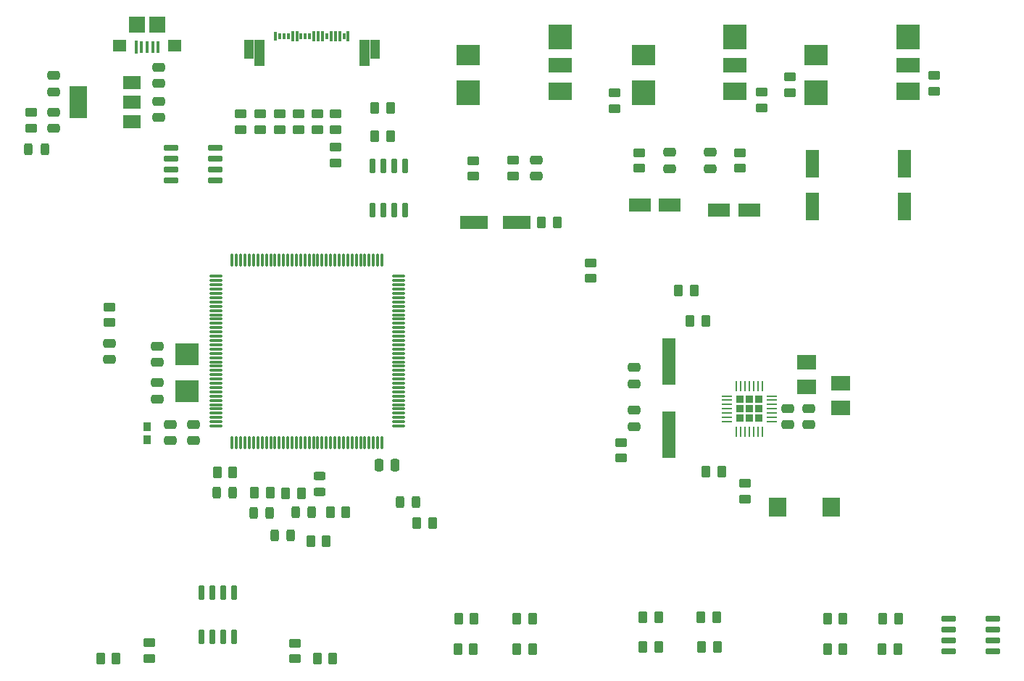
<source format=gbr>
%TF.GenerationSoftware,KiCad,Pcbnew,7.0.10*%
%TF.CreationDate,2024-03-07T22:41:58-05:00*%
%TF.ProjectId,Current,43757272-656e-4742-9e6b-696361645f70,rev?*%
%TF.SameCoordinates,Original*%
%TF.FileFunction,Paste,Top*%
%TF.FilePolarity,Positive*%
%FSLAX46Y46*%
G04 Gerber Fmt 4.6, Leading zero omitted, Abs format (unit mm)*
G04 Created by KiCad (PCBNEW 7.0.10) date 2024-03-07 22:41:58*
%MOMM*%
%LPD*%
G01*
G04 APERTURE LIST*
G04 Aperture macros list*
%AMRoundRect*
0 Rectangle with rounded corners*
0 $1 Rounding radius*
0 $2 $3 $4 $5 $6 $7 $8 $9 X,Y pos of 4 corners*
0 Add a 4 corners polygon primitive as box body*
4,1,4,$2,$3,$4,$5,$6,$7,$8,$9,$2,$3,0*
0 Add four circle primitives for the rounded corners*
1,1,$1+$1,$2,$3*
1,1,$1+$1,$4,$5*
1,1,$1+$1,$6,$7*
1,1,$1+$1,$8,$9*
0 Add four rect primitives between the rounded corners*
20,1,$1+$1,$2,$3,$4,$5,0*
20,1,$1+$1,$4,$5,$6,$7,0*
20,1,$1+$1,$6,$7,$8,$9,0*
20,1,$1+$1,$8,$9,$2,$3,0*%
G04 Aperture macros list end*
%ADD10RoundRect,0.150000X0.150000X-0.725000X0.150000X0.725000X-0.150000X0.725000X-0.150000X-0.725000X0*%
%ADD11RoundRect,0.250000X-0.450000X0.262500X-0.450000X-0.262500X0.450000X-0.262500X0.450000X0.262500X0*%
%ADD12RoundRect,0.250000X0.262500X0.450000X-0.262500X0.450000X-0.262500X-0.450000X0.262500X-0.450000X0*%
%ADD13RoundRect,0.250000X0.450000X-0.262500X0.450000X0.262500X-0.450000X0.262500X-0.450000X-0.262500X0*%
%ADD14R,1.600000X3.200000*%
%ADD15RoundRect,0.243750X0.243750X0.456250X-0.243750X0.456250X-0.243750X-0.456250X0.243750X-0.456250X0*%
%ADD16RoundRect,0.250000X0.475000X-0.250000X0.475000X0.250000X-0.475000X0.250000X-0.475000X-0.250000X0*%
%ADD17RoundRect,0.250000X-0.475000X0.250000X-0.475000X-0.250000X0.475000X-0.250000X0.475000X0.250000X0*%
%ADD18RoundRect,0.243750X-0.243750X-0.456250X0.243750X-0.456250X0.243750X0.456250X-0.243750X0.456250X0*%
%ADD19R,2.700000X2.900000*%
%ADD20R,2.700000X2.100000*%
%ADD21R,2.700000X2.400000*%
%ADD22R,2.700000X1.800000*%
%ADD23R,2.500000X1.600000*%
%ADD24R,2.000000X2.200000*%
%ADD25RoundRect,0.250000X-0.262500X-0.450000X0.262500X-0.450000X0.262500X0.450000X-0.262500X0.450000X0*%
%ADD26RoundRect,0.250000X0.250000X0.475000X-0.250000X0.475000X-0.250000X-0.475000X0.250000X-0.475000X0*%
%ADD27RoundRect,0.150000X-0.150000X0.725000X-0.150000X-0.725000X0.150000X-0.725000X0.150000X0.725000X0*%
%ADD28RoundRect,0.150000X0.725000X0.150000X-0.725000X0.150000X-0.725000X-0.150000X0.725000X-0.150000X0*%
%ADD29R,3.200000X1.600000*%
%ADD30R,2.000000X1.500000*%
%ADD31R,2.000000X3.800000*%
%ADD32RoundRect,0.243750X-0.456250X0.243750X-0.456250X-0.243750X0.456250X-0.243750X0.456250X0.243750X0*%
%ADD33RoundRect,0.225000X-0.225000X-0.225000X0.225000X-0.225000X0.225000X0.225000X-0.225000X0.225000X0*%
%ADD34RoundRect,0.062500X-0.537500X-0.062500X0.537500X-0.062500X0.537500X0.062500X-0.537500X0.062500X0*%
%ADD35RoundRect,0.062500X-0.062500X-0.537500X0.062500X-0.537500X0.062500X0.537500X-0.062500X0.537500X0*%
%ADD36R,0.970000X1.000000*%
%ADD37R,0.400000X1.450000*%
%ADD38R,0.400000X1.350000*%
%ADD39R,0.400000X1.500000*%
%ADD40R,1.600000X1.400000*%
%ADD41R,1.900000X1.900000*%
%ADD42R,2.800000X2.600000*%
%ADD43R,1.500000X5.500000*%
%ADD44R,0.300000X1.000000*%
%ADD45R,0.300000X0.800000*%
%ADD46R,0.300000X1.200000*%
%ADD47R,1.300000X3.049999*%
%ADD48RoundRect,0.075000X-0.662500X-0.075000X0.662500X-0.075000X0.662500X0.075000X-0.662500X0.075000X0*%
%ADD49RoundRect,0.075000X-0.075000X-0.662500X0.075000X-0.662500X0.075000X0.662500X-0.075000X0.662500X0*%
%ADD50R,2.320000X1.810000*%
G04 APERTURE END LIST*
%TO.C,J5*%
G36*
X133449992Y-54710000D02*
G01*
X132349992Y-54710000D01*
X132349992Y-52510000D01*
X133449992Y-52510000D01*
X133449992Y-54710000D01*
G37*
G36*
X148149992Y-54710000D02*
G01*
X147049992Y-54710000D01*
X147049992Y-52510000D01*
X148149992Y-52510000D01*
X148149992Y-54710000D01*
G37*
%TD*%
D10*
%TO.C,U5*%
X127395000Y-122275000D03*
X128665000Y-122275000D03*
X129935000Y-122275000D03*
X131205000Y-122275000D03*
X131205000Y-117125000D03*
X129935000Y-117125000D03*
X128665000Y-117125000D03*
X127395000Y-117125000D03*
%TD*%
D11*
%TO.C,R33*%
X178520000Y-65707500D03*
X178520000Y-67532500D03*
%TD*%
D12*
%TO.C,R13*%
X180787500Y-119980000D03*
X178962500Y-119980000D03*
%TD*%
%TO.C,R15*%
X202305000Y-120180000D03*
X200480000Y-120180000D03*
%TD*%
D13*
%TO.C,R22*%
X143040000Y-66912500D03*
X143040000Y-65087500D03*
%TD*%
D14*
%TO.C,E6*%
X198770000Y-72020000D03*
X198770000Y-67020000D03*
%TD*%
D15*
%TO.C,D2*%
X135327500Y-107770000D03*
X133452500Y-107770000D03*
%TD*%
D11*
%TO.C,R36*%
X175590000Y-58732500D03*
X175590000Y-60557500D03*
%TD*%
D13*
%TO.C,R37*%
X192840000Y-60470000D03*
X192840000Y-58645000D03*
%TD*%
D12*
%TO.C,R5*%
X208717500Y-123680000D03*
X206892500Y-123680000D03*
%TD*%
D16*
%TO.C,C24*%
X122200000Y-94500000D03*
X122200000Y-92600000D03*
%TD*%
D13*
%TO.C,R40*%
X131930000Y-63012500D03*
X131930000Y-61187500D03*
%TD*%
D12*
%TO.C,R28*%
X141962500Y-111100000D03*
X140137500Y-111100000D03*
%TD*%
D17*
%TO.C,C32*%
X166520000Y-66570000D03*
X166520000Y-68470000D03*
%TD*%
D18*
%TO.C,D7*%
X150552500Y-106560000D03*
X152427500Y-106560000D03*
%TD*%
D19*
%TO.C,J2*%
X209870000Y-52160000D03*
X199170000Y-58660000D03*
D20*
X209870000Y-58510000D03*
D21*
X199170000Y-54260000D03*
D22*
X209870000Y-55460000D03*
%TD*%
D23*
%TO.C,E2*%
X182060000Y-71850000D03*
X178560000Y-71850000D03*
%TD*%
D24*
%TO.C,L1*%
X194630000Y-107130000D03*
X200930000Y-107130000D03*
%TD*%
D12*
%TO.C,R38*%
X149450000Y-60490000D03*
X147625000Y-60490000D03*
%TD*%
D25*
%TO.C,R9*%
X184430000Y-85380000D03*
X186255000Y-85380000D03*
%TD*%
D17*
%TO.C,C42*%
X126400000Y-97450000D03*
X126400000Y-99350000D03*
%TD*%
D12*
%TO.C,R18*%
X188140000Y-103000000D03*
X186315000Y-103000000D03*
%TD*%
D17*
%TO.C,C9*%
X122400000Y-55720500D03*
X122400000Y-57620500D03*
%TD*%
D13*
%TO.C,R7*%
X121300000Y-124812500D03*
X121300000Y-122987500D03*
%TD*%
D26*
%TO.C,C35*%
X150000000Y-102200000D03*
X148100000Y-102200000D03*
%TD*%
D27*
%TO.C,U7*%
X151165000Y-67265000D03*
X149895000Y-67265000D03*
X148625000Y-67265000D03*
X147355000Y-67265000D03*
X147355000Y-72415000D03*
X148625000Y-72415000D03*
X149895000Y-72415000D03*
X151165000Y-72415000D03*
%TD*%
D13*
%TO.C,R32*%
X196150000Y-58682500D03*
X196150000Y-56857500D03*
%TD*%
D28*
%TO.C,U6*%
X128960000Y-68920000D03*
X128960000Y-67650000D03*
X128960000Y-66380000D03*
X128960000Y-65110000D03*
X123810000Y-65110000D03*
X123810000Y-66380000D03*
X123810000Y-67650000D03*
X123810000Y-68920000D03*
%TD*%
D25*
%TO.C,R6*%
X200480000Y-123680000D03*
X202305000Y-123680000D03*
%TD*%
%TO.C,R27*%
X137207500Y-105530000D03*
X139032500Y-105530000D03*
%TD*%
D12*
%TO.C,R11*%
X159205000Y-120182500D03*
X157380000Y-120182500D03*
%TD*%
D29*
%TO.C,E8*%
X164207500Y-73820000D03*
X159207500Y-73820000D03*
%TD*%
D25*
%TO.C,R10*%
X164217500Y-120182500D03*
X166042500Y-120182500D03*
%TD*%
%TO.C,R26*%
X133547500Y-105470000D03*
X135372500Y-105470000D03*
%TD*%
D16*
%TO.C,C25*%
X122200000Y-90200000D03*
X122200000Y-88300000D03*
%TD*%
D17*
%TO.C,C26*%
X177890000Y-90800000D03*
X177890000Y-92700000D03*
%TD*%
D30*
%TO.C,U1*%
X119250000Y-62120500D03*
X119250000Y-59820500D03*
D31*
X112950000Y-59820500D03*
D30*
X119250000Y-57520500D03*
%TD*%
D12*
%TO.C,R8*%
X184912500Y-81830000D03*
X183087500Y-81830000D03*
%TD*%
D25*
%TO.C,R14*%
X206980000Y-120180000D03*
X208805000Y-120180000D03*
%TD*%
D23*
%TO.C,E3*%
X191350000Y-72370000D03*
X187850000Y-72370000D03*
%TD*%
D25*
%TO.C,R12*%
X185712500Y-119980000D03*
X187537500Y-119980000D03*
%TD*%
D17*
%TO.C,C21*%
X110100000Y-60970500D03*
X110100000Y-62870500D03*
%TD*%
D32*
%TO.C,D6*%
X141180000Y-103442500D03*
X141180000Y-105317500D03*
%TD*%
D16*
%TO.C,C30*%
X195830000Y-97480000D03*
X195830000Y-95580000D03*
%TD*%
D13*
%TO.C,R30*%
X163770000Y-68432500D03*
X163770000Y-66607500D03*
%TD*%
D11*
%TO.C,R2*%
X116622500Y-83737500D03*
X116622500Y-85562500D03*
%TD*%
D13*
%TO.C,R39*%
X140880000Y-63012500D03*
X140880000Y-61187500D03*
%TD*%
D15*
%TO.C,D3*%
X137787500Y-110430000D03*
X135912500Y-110430000D03*
%TD*%
D13*
%TO.C,R24*%
X107500000Y-62833000D03*
X107500000Y-61008000D03*
%TD*%
D33*
%TO.C,U3*%
X190250000Y-94510000D03*
X190250000Y-95630000D03*
X190250000Y-96750000D03*
X191370000Y-94510000D03*
X191370000Y-95630000D03*
X191370000Y-96750000D03*
X192490000Y-94510000D03*
X192490000Y-95630000D03*
X192490000Y-96750000D03*
D34*
X188720000Y-94130000D03*
X188720000Y-94630000D03*
X188720000Y-95130000D03*
X188720000Y-95630000D03*
X188720000Y-96130000D03*
X188720000Y-96630000D03*
X188720000Y-97130000D03*
D35*
X189870000Y-98280000D03*
X190370000Y-98280000D03*
X190870000Y-98280000D03*
X191370000Y-98280000D03*
X191870000Y-98280000D03*
X192370000Y-98280000D03*
X192870000Y-98280000D03*
D34*
X194020000Y-97130000D03*
X194020000Y-96630000D03*
X194020000Y-96130000D03*
X194020000Y-95630000D03*
X194020000Y-95130000D03*
X194020000Y-94630000D03*
X194020000Y-94130000D03*
D35*
X192870000Y-92980000D03*
X192370000Y-92980000D03*
X191870000Y-92980000D03*
X191370000Y-92980000D03*
X190870000Y-92980000D03*
X190370000Y-92980000D03*
X189870000Y-92980000D03*
%TD*%
D12*
%TO.C,R3*%
X187625000Y-123480000D03*
X185800000Y-123480000D03*
%TD*%
%TO.C,R19*%
X117412500Y-124800000D03*
X115587500Y-124800000D03*
%TD*%
D15*
%TO.C,D5*%
X109037500Y-65320500D03*
X107162500Y-65320500D03*
%TD*%
D17*
%TO.C,C41*%
X123700000Y-97450000D03*
X123700000Y-99350000D03*
%TD*%
D13*
%TO.C,R42*%
X138680000Y-63012500D03*
X138680000Y-61187500D03*
%TD*%
D36*
%TO.C,FB1*%
X121000000Y-97765000D03*
X121000000Y-99235000D03*
%TD*%
D37*
%TO.C,J1*%
X122300000Y-53395500D03*
D38*
X121650000Y-53395500D03*
X121000000Y-53395500D03*
X120350000Y-53395500D03*
D39*
X119700000Y-53395500D03*
D40*
X124200000Y-53170500D03*
X117800000Y-53170500D03*
D41*
X119800000Y-50720500D03*
X122200000Y-50720500D03*
%TD*%
D13*
%TO.C,R31*%
X212990000Y-58510000D03*
X212990000Y-56685000D03*
%TD*%
D42*
%TO.C,X1*%
X125700000Y-93550000D03*
X125700000Y-89250000D03*
%TD*%
D15*
%TO.C,D4*%
X140247500Y-107690000D03*
X138372500Y-107690000D03*
%TD*%
D19*
%TO.C,J3*%
X189670000Y-52187500D03*
X178970000Y-58687500D03*
D20*
X189670000Y-58537500D03*
D21*
X178970000Y-54287500D03*
D22*
X189670000Y-55487500D03*
%TD*%
D25*
%TO.C,R53*%
X157305000Y-123682500D03*
X159130000Y-123682500D03*
%TD*%
%TO.C,R23*%
X129207500Y-103050000D03*
X131032500Y-103050000D03*
%TD*%
D11*
%TO.C,R34*%
X190270000Y-65707500D03*
X190270000Y-67532500D03*
%TD*%
D12*
%TO.C,R44*%
X149450000Y-63760000D03*
X147625000Y-63760000D03*
%TD*%
D43*
%TO.C,X2*%
X182000000Y-98620000D03*
X182000000Y-90120000D03*
%TD*%
D25*
%TO.C,R46*%
X152537500Y-109020000D03*
X154362500Y-109020000D03*
%TD*%
D13*
%TO.C,R41*%
X136470000Y-63012500D03*
X136470000Y-61187500D03*
%TD*%
D28*
%TO.C,U2*%
X219780000Y-123940000D03*
X219780000Y-122670000D03*
X219780000Y-121400000D03*
X219780000Y-120130000D03*
X214630000Y-120130000D03*
X214630000Y-121400000D03*
X214630000Y-122670000D03*
X214630000Y-123940000D03*
%TD*%
D16*
%TO.C,C31*%
X198330000Y-97480000D03*
X198330000Y-95580000D03*
%TD*%
D44*
%TO.C,J5*%
X136000001Y-52110000D03*
D45*
X136500000Y-52110000D03*
X137000001Y-52110000D03*
X137500000Y-52110000D03*
D46*
X138000002Y-52110000D03*
X138500001Y-52110000D03*
D45*
X139000000Y-52110000D03*
X139500001Y-52110000D03*
X140000000Y-52110000D03*
D46*
X140500002Y-52110000D03*
X141000001Y-52110000D03*
X141500000Y-52110000D03*
D45*
X142000001Y-52110000D03*
D46*
X142500000Y-52110000D03*
X143000002Y-52110000D03*
X143500001Y-52110000D03*
D45*
X144000000Y-52110000D03*
D46*
X144500001Y-52110000D03*
D47*
X134100000Y-54035000D03*
X146399984Y-54035000D03*
%TD*%
D12*
%TO.C,R29*%
X168920000Y-73820000D03*
X167095000Y-73820000D03*
%TD*%
D19*
%TO.C,J4*%
X169240000Y-52187500D03*
X158540000Y-58687500D03*
D20*
X169240000Y-58537500D03*
D21*
X158540000Y-54287500D03*
D22*
X169240000Y-55487500D03*
%TD*%
D16*
%TO.C,C34*%
X186770000Y-67570000D03*
X186770000Y-65670000D03*
%TD*%
D11*
%TO.C,R35*%
X159107500Y-66620000D03*
X159107500Y-68445000D03*
%TD*%
D48*
%TO.C,U4*%
X129037500Y-80150000D03*
X129037500Y-80650000D03*
X129037500Y-81150000D03*
X129037500Y-81650000D03*
X129037500Y-82150000D03*
X129037500Y-82650000D03*
X129037500Y-83150000D03*
X129037500Y-83650000D03*
X129037500Y-84150000D03*
X129037500Y-84650000D03*
X129037500Y-85150000D03*
X129037500Y-85650000D03*
X129037500Y-86150000D03*
X129037500Y-86650000D03*
X129037500Y-87150000D03*
X129037500Y-87650000D03*
X129037500Y-88150000D03*
X129037500Y-88650000D03*
X129037500Y-89150000D03*
X129037500Y-89650000D03*
X129037500Y-90150000D03*
X129037500Y-90650000D03*
X129037500Y-91150000D03*
X129037500Y-91650000D03*
X129037500Y-92150000D03*
X129037500Y-92650000D03*
X129037500Y-93150000D03*
X129037500Y-93650000D03*
X129037500Y-94150000D03*
X129037500Y-94650000D03*
X129037500Y-95150000D03*
X129037500Y-95650000D03*
X129037500Y-96150000D03*
X129037500Y-96650000D03*
X129037500Y-97150000D03*
X129037500Y-97650000D03*
D49*
X130950000Y-99562500D03*
X131450000Y-99562500D03*
X131950000Y-99562500D03*
X132450000Y-99562500D03*
X132950000Y-99562500D03*
X133450000Y-99562500D03*
X133950000Y-99562500D03*
X134450000Y-99562500D03*
X134950000Y-99562500D03*
X135450000Y-99562500D03*
X135950000Y-99562500D03*
X136450000Y-99562500D03*
X136950000Y-99562500D03*
X137450000Y-99562500D03*
X137950000Y-99562500D03*
X138450000Y-99562500D03*
X138950000Y-99562500D03*
X139450000Y-99562500D03*
X139950000Y-99562500D03*
X140450000Y-99562500D03*
X140950000Y-99562500D03*
X141450000Y-99562500D03*
X141950000Y-99562500D03*
X142450000Y-99562500D03*
X142950000Y-99562500D03*
X143450000Y-99562500D03*
X143950000Y-99562500D03*
X144450000Y-99562500D03*
X144950000Y-99562500D03*
X145450000Y-99562500D03*
X145950000Y-99562500D03*
X146450000Y-99562500D03*
X146950000Y-99562500D03*
X147450000Y-99562500D03*
X147950000Y-99562500D03*
X148450000Y-99562500D03*
D48*
X150362500Y-97650000D03*
X150362500Y-97150000D03*
X150362500Y-96650000D03*
X150362500Y-96150000D03*
X150362500Y-95650000D03*
X150362500Y-95150000D03*
X150362500Y-94650000D03*
X150362500Y-94150000D03*
X150362500Y-93650000D03*
X150362500Y-93150000D03*
X150362500Y-92650000D03*
X150362500Y-92150000D03*
X150362500Y-91650000D03*
X150362500Y-91150000D03*
X150362500Y-90650000D03*
X150362500Y-90150000D03*
X150362500Y-89650000D03*
X150362500Y-89150000D03*
X150362500Y-88650000D03*
X150362500Y-88150000D03*
X150362500Y-87650000D03*
X150362500Y-87150000D03*
X150362500Y-86650000D03*
X150362500Y-86150000D03*
X150362500Y-85650000D03*
X150362500Y-85150000D03*
X150362500Y-84650000D03*
X150362500Y-84150000D03*
X150362500Y-83650000D03*
X150362500Y-83150000D03*
X150362500Y-82650000D03*
X150362500Y-82150000D03*
X150362500Y-81650000D03*
X150362500Y-81150000D03*
X150362500Y-80650000D03*
X150362500Y-80150000D03*
D49*
X148450000Y-78237500D03*
X147950000Y-78237500D03*
X147450000Y-78237500D03*
X146950000Y-78237500D03*
X146450000Y-78237500D03*
X145950000Y-78237500D03*
X145450000Y-78237500D03*
X144950000Y-78237500D03*
X144450000Y-78237500D03*
X143950000Y-78237500D03*
X143450000Y-78237500D03*
X142950000Y-78237500D03*
X142450000Y-78237500D03*
X141950000Y-78237500D03*
X141450000Y-78237500D03*
X140950000Y-78237500D03*
X140450000Y-78237500D03*
X139950000Y-78237500D03*
X139450000Y-78237500D03*
X138950000Y-78237500D03*
X138450000Y-78237500D03*
X137950000Y-78237500D03*
X137450000Y-78237500D03*
X136950000Y-78237500D03*
X136450000Y-78237500D03*
X135950000Y-78237500D03*
X135450000Y-78237500D03*
X134950000Y-78237500D03*
X134450000Y-78237500D03*
X133950000Y-78237500D03*
X133450000Y-78237500D03*
X132950000Y-78237500D03*
X132450000Y-78237500D03*
X131950000Y-78237500D03*
X131450000Y-78237500D03*
X130950000Y-78237500D03*
%TD*%
D25*
%TO.C,R4*%
X178962500Y-123480000D03*
X180787500Y-123480000D03*
%TD*%
D11*
%TO.C,R21*%
X138295000Y-123025000D03*
X138295000Y-124850000D03*
%TD*%
D50*
%TO.C,E4*%
X198100000Y-93050000D03*
X198100000Y-90150000D03*
%TD*%
D13*
%TO.C,R43*%
X143040000Y-63012500D03*
X143040000Y-61187500D03*
%TD*%
%TO.C,R16*%
X176420000Y-101392500D03*
X176420000Y-99567500D03*
%TD*%
D17*
%TO.C,C33*%
X182020000Y-65670000D03*
X182020000Y-67570000D03*
%TD*%
D15*
%TO.C,D1*%
X130997500Y-105460000D03*
X129122500Y-105460000D03*
%TD*%
D13*
%TO.C,R54*%
X172800000Y-80412500D03*
X172800000Y-78587500D03*
%TD*%
D17*
%TO.C,C12*%
X122400000Y-59710500D03*
X122400000Y-61610500D03*
%TD*%
D13*
%TO.C,R25*%
X134210000Y-63012500D03*
X134210000Y-61187500D03*
%TD*%
D17*
%TO.C,C20*%
X116622500Y-87950000D03*
X116622500Y-89850000D03*
%TD*%
D11*
%TO.C,R17*%
X190870000Y-104367500D03*
X190870000Y-106192500D03*
%TD*%
D14*
%TO.C,E7*%
X209520000Y-72020000D03*
X209520000Y-67020000D03*
%TD*%
D12*
%TO.C,R52*%
X166042500Y-123682500D03*
X164217500Y-123682500D03*
%TD*%
D16*
%TO.C,C17*%
X110100000Y-58570500D03*
X110100000Y-56670500D03*
%TD*%
D25*
%TO.C,R45*%
X142417500Y-107720000D03*
X144242500Y-107720000D03*
%TD*%
%TO.C,R20*%
X140892500Y-124850000D03*
X142717500Y-124850000D03*
%TD*%
D17*
%TO.C,C27*%
X177880000Y-95800000D03*
X177880000Y-97700000D03*
%TD*%
D50*
%TO.C,E5*%
X202000000Y-95550000D03*
X202000000Y-92650000D03*
%TD*%
M02*

</source>
